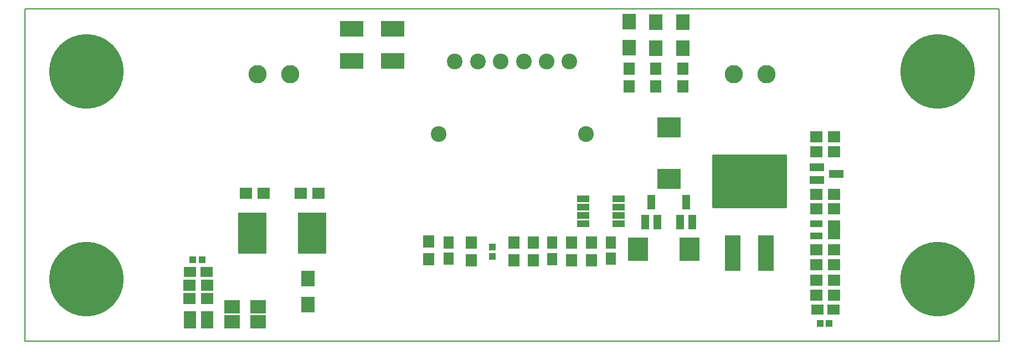
<source format=gbr>
G04 #@! TF.FileFunction,Soldermask,Top*
%FSLAX46Y46*%
G04 Gerber Fmt 4.6, Leading zero omitted, Abs format (unit mm)*
G04 Created by KiCad (PCBNEW 4.0.4-stable) date Monday, July 17, 2017 'PMt' 06:11:06 PM*
%MOMM*%
%LPD*%
G01*
G04 APERTURE LIST*
%ADD10C,0.100000*%
%ADD11C,0.150000*%
%ADD12C,0.450000*%
%ADD13C,0.215000*%
%ADD14R,1.000000X1.100000*%
%ADD15R,1.100000X1.000000*%
%ADD16R,1.960000X0.800000*%
%ADD17R,2.400000X2.000000*%
%ADD18R,1.900000X1.650000*%
%ADD19R,1.650000X1.900000*%
%ADD20R,2.100000X2.400000*%
%ADD21C,2.400000*%
%ADD22R,2.300000X1.200000*%
%ADD23R,1.200000X2.300000*%
%ADD24R,1.900000X1.700000*%
%ADD25R,2.370000X2.346000*%
%ADD26R,3.100000X3.600000*%
%ADD27R,1.700000X1.900000*%
%ADD28R,3.600000X3.100000*%
%ADD29R,1.950000X1.000000*%
%ADD30R,1.960000X1.050000*%
%ADD31R,3.550000X2.360000*%
%ADD32C,2.800000*%
%ADD33R,2.432000X5.400000*%
%ADD34C,11.400000*%
%ADD35C,1.100000*%
G04 APERTURE END LIST*
D10*
D11*
X0Y-50800000D02*
X148971000Y-50800000D01*
X0Y0D02*
X0Y-50800000D01*
X148971000Y0D02*
X148971000Y-50800000D01*
X0Y0D02*
X148971000Y0D01*
D12*
X105260000Y-22435000D02*
X116260000Y-22435000D01*
X116260000Y-22435000D02*
X116260000Y-30215000D01*
X116260000Y-30215000D02*
X105260000Y-30215000D01*
X105260000Y-30215000D02*
X105260000Y-22435000D01*
D13*
X114860000Y-25935000D02*
G75*
G03X114860000Y-25935000I-100000J0D01*
G01*
X113860000Y-25935000D02*
G75*
G03X113860000Y-25935000I-100000J0D01*
G01*
X115860000Y-25935000D02*
G75*
G03X115860000Y-25935000I-100000J0D01*
G01*
X108860000Y-25935000D02*
G75*
G03X108860000Y-25935000I-100000J0D01*
G01*
X107860000Y-25935000D02*
G75*
G03X107860000Y-25935000I-100000J0D01*
G01*
X105860000Y-25935000D02*
G75*
G03X105860000Y-25935000I-100000J0D01*
G01*
X106860000Y-25935000D02*
G75*
G03X106860000Y-25935000I-100000J0D01*
G01*
X110860000Y-25935000D02*
G75*
G03X110860000Y-25935000I-100000J0D01*
G01*
X109860000Y-25935000D02*
G75*
G03X109860000Y-25935000I-100000J0D01*
G01*
X111860000Y-25935000D02*
G75*
G03X111860000Y-25935000I-100000J0D01*
G01*
X112860000Y-22935000D02*
G75*
G03X112860000Y-22935000I-100000J0D01*
G01*
X111860000Y-22935000D02*
G75*
G03X111860000Y-22935000I-100000J0D01*
G01*
X113860000Y-22935000D02*
G75*
G03X113860000Y-22935000I-100000J0D01*
G01*
X114860000Y-22935000D02*
G75*
G03X114860000Y-22935000I-100000J0D01*
G01*
X111860000Y-23935000D02*
G75*
G03X111860000Y-23935000I-100000J0D01*
G01*
X110860000Y-23935000D02*
G75*
G03X110860000Y-23935000I-100000J0D01*
G01*
X108860000Y-23935000D02*
G75*
G03X108860000Y-23935000I-100000J0D01*
G01*
X109860000Y-23935000D02*
G75*
G03X109860000Y-23935000I-100000J0D01*
G01*
X114860000Y-24935000D02*
G75*
G03X114860000Y-24935000I-100000J0D01*
G01*
X113860000Y-24935000D02*
G75*
G03X113860000Y-24935000I-100000J0D01*
G01*
X115860000Y-24935000D02*
G75*
G03X115860000Y-24935000I-100000J0D01*
G01*
X112860000Y-25935000D02*
G75*
G03X112860000Y-25935000I-100000J0D01*
G01*
X108860000Y-24935000D02*
G75*
G03X108860000Y-24935000I-100000J0D01*
G01*
X107860000Y-24935000D02*
G75*
G03X107860000Y-24935000I-100000J0D01*
G01*
X105860000Y-24935000D02*
G75*
G03X105860000Y-24935000I-100000J0D01*
G01*
X106860000Y-24935000D02*
G75*
G03X106860000Y-24935000I-100000J0D01*
G01*
X113860000Y-23935000D02*
G75*
G03X113860000Y-23935000I-100000J0D01*
G01*
X112860000Y-23935000D02*
G75*
G03X112860000Y-23935000I-100000J0D01*
G01*
X114860000Y-23935000D02*
G75*
G03X114860000Y-23935000I-100000J0D01*
G01*
X115860000Y-23935000D02*
G75*
G03X115860000Y-23935000I-100000J0D01*
G01*
X112860000Y-24935000D02*
G75*
G03X112860000Y-24935000I-100000J0D01*
G01*
X111860000Y-24935000D02*
G75*
G03X111860000Y-24935000I-100000J0D01*
G01*
X109860000Y-24935000D02*
G75*
G03X109860000Y-24935000I-100000J0D01*
G01*
X110860000Y-24935000D02*
G75*
G03X110860000Y-24935000I-100000J0D01*
G01*
X105860000Y-23935000D02*
G75*
G03X105860000Y-23935000I-100000J0D01*
G01*
X115860000Y-22935000D02*
G75*
G03X115860000Y-22935000I-100000J0D01*
G01*
X106860000Y-23935000D02*
G75*
G03X106860000Y-23935000I-100000J0D01*
G01*
X107860000Y-23935000D02*
G75*
G03X107860000Y-23935000I-100000J0D01*
G01*
X110860000Y-22935000D02*
G75*
G03X110860000Y-22935000I-100000J0D01*
G01*
X109860000Y-22935000D02*
G75*
G03X109860000Y-22935000I-100000J0D01*
G01*
X107860000Y-22935000D02*
G75*
G03X107860000Y-22935000I-100000J0D01*
G01*
X108860000Y-22935000D02*
G75*
G03X108860000Y-22935000I-100000J0D01*
G01*
X106860000Y-22935000D02*
G75*
G03X106860000Y-22935000I-100000J0D01*
G01*
X105860000Y-22935000D02*
G75*
G03X105860000Y-22935000I-100000J0D01*
G01*
D12*
X105510000Y-25435000D02*
X116010000Y-25435000D01*
X105510000Y-24435000D02*
X116010000Y-24435000D01*
X105510000Y-23435000D02*
X116010000Y-23435000D01*
X115260000Y-22635000D02*
X115260000Y-30215000D01*
X114260000Y-22635000D02*
X114260000Y-30215000D01*
X113260000Y-22635000D02*
X113260000Y-30215000D01*
X112260000Y-22635000D02*
X112260000Y-30215000D01*
X111260000Y-22635000D02*
X111260000Y-30215000D01*
X110260000Y-22635000D02*
X110260000Y-30215000D01*
X109260000Y-22635000D02*
X109260000Y-30215000D01*
X108260000Y-22635000D02*
X108260000Y-30215000D01*
X107260000Y-22635000D02*
X107260000Y-30215000D01*
X106260000Y-22635000D02*
X106260000Y-30215000D01*
D13*
X106860000Y-28705000D02*
G75*
G03X106860000Y-28705000I-100000J0D01*
G01*
X105860000Y-28705000D02*
G75*
G03X105860000Y-28705000I-100000J0D01*
G01*
X105860000Y-29705000D02*
G75*
G03X105860000Y-29705000I-100000J0D01*
G01*
X106860000Y-29705000D02*
G75*
G03X106860000Y-29705000I-100000J0D01*
G01*
X107860000Y-28705000D02*
G75*
G03X107860000Y-28705000I-100000J0D01*
G01*
X108860000Y-29705000D02*
G75*
G03X108860000Y-29705000I-100000J0D01*
G01*
X107860000Y-29705000D02*
G75*
G03X107860000Y-29705000I-100000J0D01*
G01*
X108860000Y-27705000D02*
G75*
G03X108860000Y-27705000I-100000J0D01*
G01*
X108860000Y-28705000D02*
G75*
G03X108860000Y-28705000I-100000J0D01*
G01*
X107860000Y-27705000D02*
G75*
G03X107860000Y-27705000I-100000J0D01*
G01*
D12*
X105510000Y-28205000D02*
X116010000Y-28205000D01*
X105510000Y-27425000D02*
X116010000Y-27425000D01*
D13*
X105860000Y-27705000D02*
G75*
G03X105860000Y-27705000I-100000J0D01*
G01*
X106860000Y-27705000D02*
G75*
G03X106860000Y-27705000I-100000J0D01*
G01*
D12*
X105510000Y-29205000D02*
X116010000Y-29205000D01*
D13*
X111860000Y-29705000D02*
G75*
G03X111860000Y-29705000I-100000J0D01*
G01*
X110860000Y-29705000D02*
G75*
G03X110860000Y-29705000I-100000J0D01*
G01*
X109860000Y-29705000D02*
G75*
G03X109860000Y-29705000I-100000J0D01*
G01*
X112860000Y-28705000D02*
G75*
G03X112860000Y-28705000I-100000J0D01*
G01*
X111860000Y-28705000D02*
G75*
G03X111860000Y-28705000I-100000J0D01*
G01*
X109860000Y-28705000D02*
G75*
G03X109860000Y-28705000I-100000J0D01*
G01*
X112860000Y-29705000D02*
G75*
G03X112860000Y-29705000I-100000J0D01*
G01*
X110860000Y-28705000D02*
G75*
G03X110860000Y-28705000I-100000J0D01*
G01*
X113860000Y-28705000D02*
G75*
G03X113860000Y-28705000I-100000J0D01*
G01*
X113860000Y-27705000D02*
G75*
G03X113860000Y-27705000I-100000J0D01*
G01*
X112860000Y-27705000D02*
G75*
G03X112860000Y-27705000I-100000J0D01*
G01*
X111860000Y-27705000D02*
G75*
G03X111860000Y-27705000I-100000J0D01*
G01*
X110860000Y-27705000D02*
G75*
G03X110860000Y-27705000I-100000J0D01*
G01*
X109860000Y-27705000D02*
G75*
G03X109860000Y-27705000I-100000J0D01*
G01*
X115860000Y-29705000D02*
G75*
G03X115860000Y-29705000I-100000J0D01*
G01*
X114860000Y-29705000D02*
G75*
G03X114860000Y-29705000I-100000J0D01*
G01*
X113860000Y-29705000D02*
G75*
G03X113860000Y-29705000I-100000J0D01*
G01*
X114860000Y-28705000D02*
G75*
G03X114860000Y-28705000I-100000J0D01*
G01*
X115860000Y-28705000D02*
G75*
G03X115860000Y-28705000I-100000J0D01*
G01*
X114860000Y-27705000D02*
G75*
G03X114860000Y-27705000I-100000J0D01*
G01*
X115860000Y-27705000D02*
G75*
G03X115860000Y-27705000I-100000J0D01*
G01*
D12*
X105520000Y-26415000D02*
X116020000Y-26415000D01*
X105840000Y-22605000D02*
X105840000Y-30185000D01*
X105500000Y-22605000D02*
X105500000Y-30185000D01*
X107360000Y-22635000D02*
X107360000Y-30215000D01*
X106940000Y-22605000D02*
X106940000Y-30185000D01*
X106600000Y-22605000D02*
X106600000Y-30185000D01*
X108390000Y-22585000D02*
X108390000Y-30165000D01*
X107970000Y-22555000D02*
X107970000Y-30135000D01*
X107630000Y-22555000D02*
X107630000Y-30135000D01*
X109230000Y-22585000D02*
X109230000Y-30165000D01*
X108810000Y-22555000D02*
X108810000Y-30135000D01*
X108470000Y-22555000D02*
X108470000Y-30135000D01*
X110330000Y-22555000D02*
X110330000Y-30135000D01*
X109910000Y-22525000D02*
X109910000Y-30105000D01*
X109570000Y-22525000D02*
X109570000Y-30105000D01*
X111270000Y-22555000D02*
X111270000Y-30135000D01*
X110850000Y-22525000D02*
X110850000Y-30105000D01*
X110510000Y-22525000D02*
X110510000Y-30105000D01*
X112250000Y-22585000D02*
X112250000Y-30165000D01*
X111830000Y-22555000D02*
X111830000Y-30135000D01*
X111490000Y-22555000D02*
X111490000Y-30135000D01*
X113230000Y-22585000D02*
X113230000Y-30165000D01*
X112810000Y-22555000D02*
X112810000Y-30135000D01*
X112470000Y-22555000D02*
X112470000Y-30135000D01*
X114140000Y-22535000D02*
X114140000Y-30115000D01*
X113720000Y-22505000D02*
X113720000Y-30085000D01*
X113380000Y-22505000D02*
X113380000Y-30085000D01*
X115340000Y-22555000D02*
X115340000Y-30135000D01*
X114920000Y-22525000D02*
X114920000Y-30105000D01*
X114580000Y-22525000D02*
X114580000Y-30105000D01*
X115980000Y-22515000D02*
X115980000Y-30095000D01*
X115560000Y-22485000D02*
X115560000Y-30065000D01*
X115220000Y-22485000D02*
X115220000Y-30065000D01*
D14*
X121550000Y-48050000D03*
X122950000Y-48050000D03*
D15*
X71500000Y-36400000D03*
X71500000Y-37800000D03*
D14*
X27100000Y-38350000D03*
X25700000Y-38350000D03*
D16*
X25200000Y-46570000D03*
X25200000Y-47220000D03*
X25200000Y-47880000D03*
X25200000Y-48530000D03*
X27900000Y-48530000D03*
X27900000Y-47880000D03*
X27900000Y-47220000D03*
X27900000Y-46570000D03*
D17*
X31650000Y-45550000D03*
X35650000Y-45550000D03*
X31650000Y-47800000D03*
X35650000Y-47800000D03*
D18*
X25250000Y-40200000D03*
X27750000Y-40200000D03*
D19*
X64800000Y-35700000D03*
X64800000Y-38200000D03*
X80650000Y-35750000D03*
X80650000Y-38250000D03*
X89550000Y-38200000D03*
X89550000Y-35700000D03*
D18*
X121150000Y-46000000D03*
X123650000Y-46000000D03*
D20*
X100550000Y-6000000D03*
X100550000Y-2000000D03*
X96450000Y-6000000D03*
X96450000Y-2000000D03*
X92350000Y-5950000D03*
X92350000Y-1950000D03*
D21*
X83250000Y-8000000D03*
X79750000Y-8000000D03*
X76250000Y-8000000D03*
X72750000Y-8000000D03*
X69250000Y-8000000D03*
X65750000Y-8000000D03*
D22*
X121050000Y-24250000D03*
X121050000Y-26150000D03*
X124050000Y-25200000D03*
D23*
X94800000Y-32550000D03*
X96700000Y-32550000D03*
X95750000Y-29550000D03*
X100150000Y-32550000D03*
X102050000Y-32550000D03*
X101100000Y-29550000D03*
D24*
X36500000Y-28200000D03*
X33800000Y-28200000D03*
X42200000Y-28150000D03*
X44900000Y-28150000D03*
D25*
X35760000Y-34250000D03*
X33790000Y-34250000D03*
X33790000Y-36196000D03*
X35760000Y-36196000D03*
X35760000Y-32304000D03*
X33790000Y-32304000D03*
X44910000Y-34250000D03*
X42940000Y-34250000D03*
X42940000Y-36196000D03*
X44910000Y-36196000D03*
X44910000Y-32304000D03*
X42940000Y-32304000D03*
D24*
X123700000Y-30600000D03*
X121000000Y-30600000D03*
D26*
X93700000Y-36700000D03*
X101600000Y-36700000D03*
D24*
X121000000Y-28350000D03*
X123700000Y-28350000D03*
X123700000Y-21850000D03*
X121000000Y-21850000D03*
D27*
X100550000Y-11850000D03*
X100550000Y-9150000D03*
D24*
X25150000Y-42250000D03*
X27850000Y-42250000D03*
D27*
X74750000Y-35700000D03*
X74750000Y-38400000D03*
D24*
X25150000Y-44300000D03*
X27850000Y-44300000D03*
D27*
X77750000Y-35700000D03*
X77750000Y-38400000D03*
D24*
X121000000Y-19550000D03*
X123700000Y-19550000D03*
D27*
X92350000Y-11850000D03*
X92350000Y-9150000D03*
D28*
X98500000Y-18100000D03*
X98500000Y-26000000D03*
D27*
X96450000Y-11850000D03*
X96450000Y-9150000D03*
X61750000Y-35550000D03*
X61750000Y-38250000D03*
X68250000Y-38400000D03*
X68250000Y-35700000D03*
X86600000Y-38400000D03*
X86600000Y-35700000D03*
X83600000Y-35700000D03*
X83600000Y-38400000D03*
D24*
X123700000Y-43750000D03*
X121000000Y-43750000D03*
X123700000Y-41450000D03*
X121000000Y-41450000D03*
X123700000Y-39150000D03*
X121000000Y-39150000D03*
X121000000Y-36850000D03*
X123700000Y-36850000D03*
D29*
X85350000Y-29045000D03*
X85350000Y-30315000D03*
X85350000Y-31585000D03*
X85350000Y-32855000D03*
X90750000Y-32855000D03*
X90750000Y-31585000D03*
X90750000Y-30315000D03*
X90750000Y-29045000D03*
D30*
X123700000Y-34750000D03*
X123700000Y-33800000D03*
X123700000Y-32850000D03*
X121000000Y-32850000D03*
X121000000Y-34750000D03*
D31*
X50000000Y-7955000D03*
X50000000Y-3045000D03*
X56200000Y-3045000D03*
X56200000Y-7955000D03*
D21*
X63250000Y-19150000D03*
X85750000Y-19150000D03*
D32*
X40600000Y-10000000D03*
X35600000Y-10000000D03*
X113400000Y-10000000D03*
X108400000Y-10000000D03*
D33*
X108220000Y-37350000D03*
X113300000Y-37350000D03*
D20*
X43300000Y-41200000D03*
X43300000Y-45200000D03*
D34*
X9398000Y-9525000D03*
D35*
X13523000Y-9525000D03*
X12324815Y-12451815D03*
X9398000Y-13650000D03*
X6471185Y-12451815D03*
X5273000Y-9525000D03*
X6471185Y-6598185D03*
X9398000Y-5400000D03*
X12324815Y-6598185D03*
D34*
X139573000Y-9525000D03*
D35*
X143698000Y-9525000D03*
X142499815Y-12451815D03*
X139573000Y-13650000D03*
X136646185Y-12451815D03*
X135448000Y-9525000D03*
X136646185Y-6598185D03*
X139573000Y-5400000D03*
X142499815Y-6598185D03*
D34*
X139573000Y-41275000D03*
D35*
X143698000Y-41275000D03*
X142499815Y-44201815D03*
X139573000Y-45400000D03*
X136646185Y-44201815D03*
X135448000Y-41275000D03*
X136646185Y-38348185D03*
X139573000Y-37150000D03*
X142499815Y-38348185D03*
D34*
X9398000Y-41275000D03*
D35*
X13523000Y-41275000D03*
X12324815Y-44201815D03*
X9398000Y-45400000D03*
X6471185Y-44201815D03*
X5273000Y-41275000D03*
X6471185Y-38348185D03*
X9398000Y-37150000D03*
X12324815Y-38348185D03*
M02*

</source>
